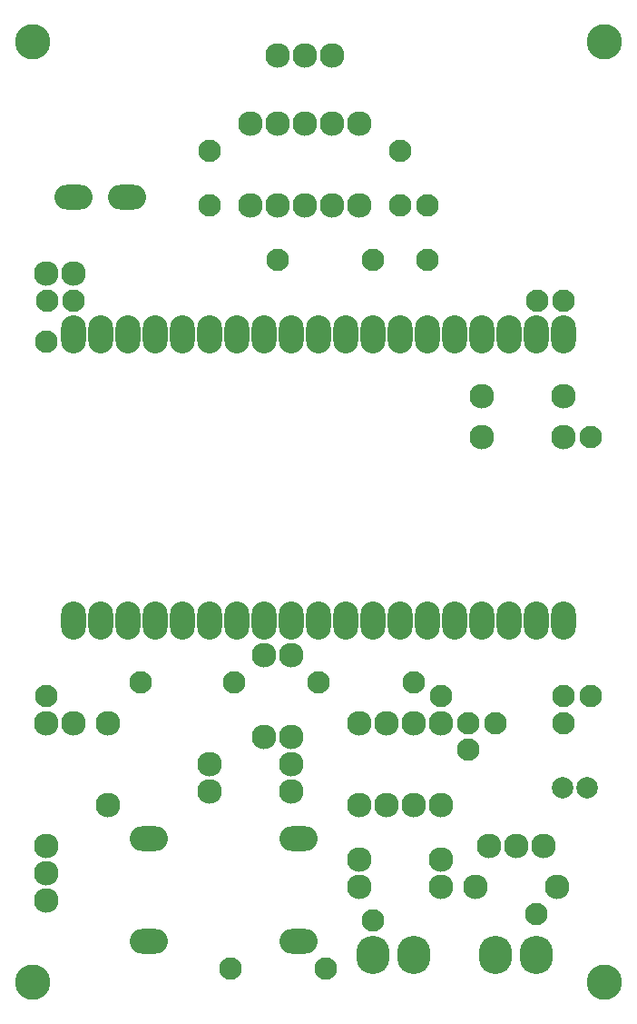
<source format=gbr>
%TF.GenerationSoftware,KiCad,Pcbnew,(5.1.6)-1*%
%TF.CreationDate,2025-12-07T11:43:41-05:00*%
%TF.ProjectId,board2,626f6172-6432-42e6-9b69-6361645f7063,rev?*%
%TF.SameCoordinates,PX196f3b0PY6f6d640*%
%TF.FileFunction,Soldermask,Bot*%
%TF.FilePolarity,Negative*%
%FSLAX46Y46*%
G04 Gerber Fmt 4.6, Leading zero omitted, Abs format (unit mm)*
G04 Created by KiCad (PCBNEW (5.1.6)-1) date 2025-12-07 11:43:41*
%MOMM*%
%LPD*%
G01*
G04 APERTURE LIST*
%ADD10C,3.300000*%
%ADD11O,3.570000X2.300000*%
%ADD12C,2.100000*%
%ADD13C,2.300000*%
%ADD14O,3.100000X3.570000*%
%ADD15O,2.300000X3.570000*%
%ADD16C,2.000000*%
G04 APERTURE END LIST*
D10*
%TO.C,REF\u002A\u002A*%
X57150000Y91440000D03*
%TD*%
%TO.C,REF\u002A\u002A*%
X57150000Y3810000D03*
%TD*%
%TO.C,REF\u002A\u002A*%
X3810000Y3810000D03*
%TD*%
%TO.C,REF\u002A\u002A*%
X3810000Y91440000D03*
%TD*%
D11*
%TO.C,C1*%
X7620000Y76898500D03*
X12590000Y76898500D03*
%TD*%
D12*
%TO.C,C4*%
X50840000Y67310000D03*
X53340000Y67310000D03*
%TD*%
D13*
%TO.C,D1*%
X10795000Y20320000D03*
X10795000Y27940000D03*
%TD*%
%TO.C,D2*%
X52705000Y12700000D03*
X45085000Y12700000D03*
%TD*%
D14*
%TO.C,J1*%
X39370000Y6350000D03*
X35560000Y6350000D03*
%TD*%
D13*
%TO.C,J2*%
X26670000Y90170000D03*
X29210000Y90170000D03*
X31750000Y90170000D03*
%TD*%
%TO.C,J3*%
X7620000Y27940000D03*
X5080000Y27940000D03*
%TD*%
%TO.C,J7*%
X5080000Y16510000D03*
X5080000Y13970000D03*
X5080000Y11430000D03*
%TD*%
D14*
%TO.C,J8*%
X46990000Y6350000D03*
X50800000Y6350000D03*
%TD*%
D11*
%TO.C,M1*%
X28575000Y7620000D03*
X14605000Y7620000D03*
X14605000Y17120000D03*
X28575000Y17120000D03*
%TD*%
D13*
%TO.C,Q1*%
X46355000Y16510000D03*
X48895000Y16510000D03*
X51435000Y16510000D03*
%TD*%
D15*
%TO.C,U2*%
X7620000Y64135000D03*
X10160000Y64135000D03*
X12700000Y64135000D03*
X15240000Y64135000D03*
X17780000Y64135000D03*
X20320000Y64135000D03*
X22860000Y64135000D03*
X25400000Y64135000D03*
X27940000Y64135000D03*
X30480000Y64135000D03*
X33020000Y64135000D03*
X35560000Y64135000D03*
X38100000Y64135000D03*
X40640000Y64135000D03*
X43180000Y64135000D03*
X45720000Y64135000D03*
X48260000Y64135000D03*
X50800000Y64135000D03*
X53340000Y64135000D03*
X53340000Y37465000D03*
X50800000Y37465000D03*
X48260000Y37465000D03*
X45720000Y37465000D03*
X43180000Y37465000D03*
X40640000Y37465000D03*
X38100000Y37465000D03*
X35560000Y37465000D03*
X33020000Y37465000D03*
X30480000Y37465000D03*
X27940000Y37465000D03*
X25400000Y37465000D03*
X22860000Y37465000D03*
X20320000Y37465000D03*
X17780000Y37465000D03*
X15240000Y37465000D03*
X12700000Y37465000D03*
X10160000Y37465000D03*
X7620000Y37465000D03*
%TD*%
D13*
%TO.C,R18*%
X25400000Y34290000D03*
X25400000Y26670000D03*
%TD*%
D12*
%TO.C,C2*%
X38100000Y81240000D03*
X38100000Y76200000D03*
%TD*%
%TO.C,C3*%
X7620000Y67310000D03*
X5120000Y67310000D03*
%TD*%
%TO.C,C5*%
X20320000Y76200000D03*
X20320000Y81240000D03*
%TD*%
%TO.C,C7*%
X44450000Y27940000D03*
X44450000Y25440000D03*
%TD*%
D13*
%TO.C,D3*%
X45720000Y58420000D03*
X53340000Y58420000D03*
%TD*%
%TO.C,J4*%
X5080000Y69850000D03*
X7620000Y69850000D03*
%TD*%
%TO.C,R1*%
X29210000Y83820000D03*
X29210000Y76200000D03*
%TD*%
%TO.C,R2*%
X26670000Y83820000D03*
X26670000Y76200000D03*
%TD*%
%TO.C,R3*%
X24130000Y83820000D03*
X24130000Y76200000D03*
%TD*%
%TO.C,R4*%
X31750000Y83820000D03*
X31750000Y76200000D03*
%TD*%
%TO.C,R5*%
X53340000Y54610000D03*
X45720000Y54610000D03*
%TD*%
%TO.C,R6*%
X34290000Y76200000D03*
X34290000Y83820000D03*
%TD*%
%TO.C,R7*%
X27940000Y21590000D03*
X20320000Y21590000D03*
%TD*%
%TO.C,R8*%
X41910000Y15240000D03*
X34290000Y15240000D03*
%TD*%
%TO.C,R9*%
X27940000Y26670000D03*
X27940000Y34290000D03*
%TD*%
%TO.C,R10*%
X27940000Y24130000D03*
X20320000Y24130000D03*
%TD*%
%TO.C,R11*%
X41910000Y12700000D03*
X34290000Y12700000D03*
%TD*%
%TO.C,U1*%
X41910000Y27940000D03*
X39370000Y27940000D03*
X36830000Y27940000D03*
X34290000Y27940000D03*
X34290000Y20320000D03*
X36830000Y20320000D03*
X39370000Y20320000D03*
X41910000Y20320000D03*
%TD*%
D16*
%TO.C,C6*%
X53240000Y21930000D03*
X55540000Y21930000D03*
%TD*%
D12*
X5080000Y63500000D03*
X5080000Y30480000D03*
X50800000Y10160000D03*
X53340000Y27940000D03*
X46990000Y27940000D03*
X22225000Y5080000D03*
X31115000Y5080000D03*
X35560000Y9525000D03*
X13843000Y31750000D03*
X22606000Y31750000D03*
X40640000Y76200000D03*
X40640000Y71120000D03*
X35560000Y71120000D03*
X26670000Y71120000D03*
X30480000Y31750000D03*
X39370000Y31750000D03*
X41910000Y30480000D03*
X53340000Y30480000D03*
X55880000Y30480000D03*
X55880000Y54610000D03*
M02*

</source>
